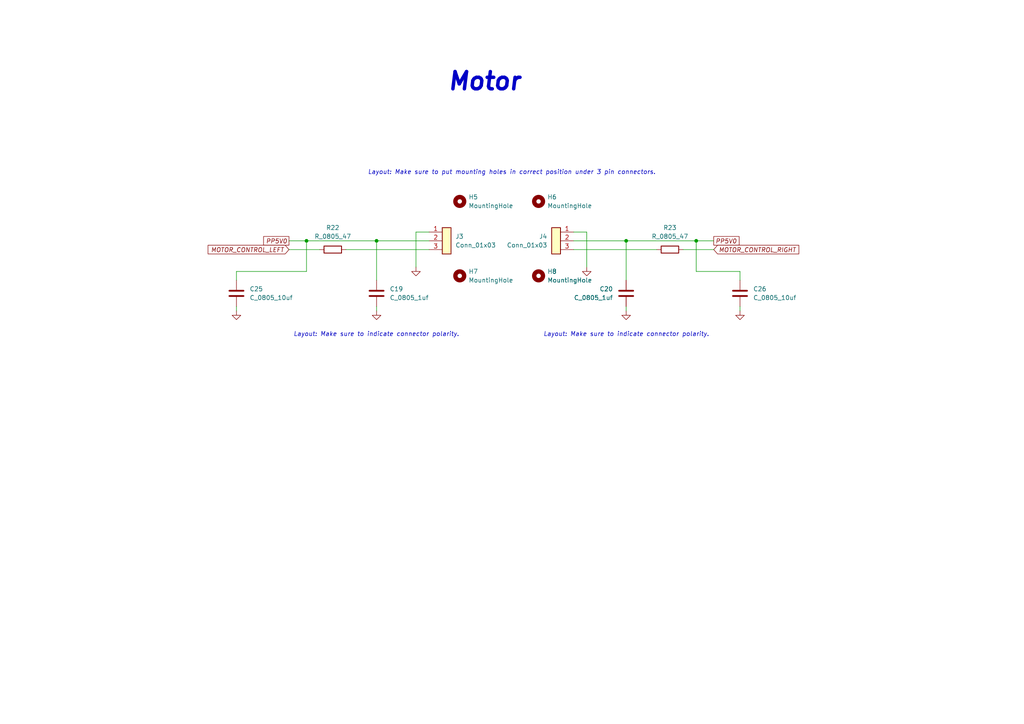
<source format=kicad_sch>
(kicad_sch (version 20211123) (generator eeschema)
  (paper "A4")
  (lib_symbols
    (symbol "HPS:C_0805_10uf" (pin_numbers hide) (pin_names (offset 0.254))
      (property "Reference" "C" (at 0.635 2.54 0))
      (property "Value" "C_0805_10uf" (at 0.635 -2.54 0))
      (symbol "C_0805_10uf_0_1"
        (polyline (pts (xy -2.032 -0.762) (xy 2.032 -0.762)) (stroke (width 0.508)))
        (polyline (pts (xy -2.032 0.762) (xy 2.032 0.762)) (stroke (width 0.508)))
      )
      (symbol "C_0805_10uf_1_1"
        (pin passive line (at 0 3.81 270) (length 2.794) (name "~") (number "1"))
        (pin passive line (at 0 -3.81 90) (length 2.794) (name "~") (number "2"))
      )
    )
    (symbol "HPS:C_0805_1uf" (pin_numbers hide) (pin_names (offset 0.254))
      (property "Reference" "C" (at 0.635 2.54 0))
      (property "Value" "C_0805_1uf" (at 0.635 -2.54 0))
      (symbol "C_0805_1uf_0_1"
        (polyline (pts (xy -2.032 -0.762) (xy 2.032 -0.762)) (stroke (width 0.508)))
        (polyline (pts (xy -2.032 0.762) (xy 2.032 0.762)) (stroke (width 0.508)))
      )
      (symbol "C_0805_1uf_1_1"
        (pin passive line (at 0 3.81 270) (length 2.794) (name "~") (number "1"))
        (pin passive line (at 0 -3.81 90) (length 2.794) (name "~") (number "2"))
      )
    )
    (symbol "HPS:Conn_01x03" (pin_names (offset 1.016) hide)
      (property "Reference" "J" (at 0 5.08 0))
      (property "Value" "Conn_01x03" (at 0 -5.08 0))
      (symbol "Conn_01x03_1_1"
        (rectangle (start -1.27 3.81) (end 1.27 -3.81) (stroke (width 0.254)) (fill (type background)))
        (pin passive line (at -5.08 2.54 0) (length 3.81) (name "Pin_1") (number "1"))
        (pin passive line (at -5.08 0 0) (length 3.81) (name "Pin_2") (number "2"))
        (pin passive line (at -5.08 -2.54 0) (length 3.81) (name "Pin_3") (number "3"))
      )
    )
    (symbol "HPS:GND" (power) (pin_names (offset 0))
      (property "Value" "GND" (at 0 -3.81 0))
      (symbol "GND_0_1"
        (polyline (pts (xy 0 0) (xy 0 -1.27) (xy 1.27 -1.27) (xy 0 -2.54) (xy -1.27 -1.27) (xy 0 -1.27)))
      )
      (symbol "GND_1_1"
        (pin power_in line (at 0 0 270) (length 0) hide (name "GND") (number "1"))
      )
    )
    (symbol "HPS:MountingHole" (pin_names (offset 1.016))
      (property "Reference" "H" (at 0 5.08 0))
      (property "Value" "MountingHole" (at 0 3.175 0))
      (symbol "MountingHole_0_1"
        (circle (center 0 0) (radius 1.27) (stroke (width 1.27)))
      )
    )
    (symbol "HPS:R_0805_47" (pin_numbers hide) (pin_names (offset 0))
      (property "Reference" "R" (at 2.032 0 90))
      (property "Value" "R_0805_47" (at -2.54 0 90))
      (symbol "R_0805_47_0_1"
        (rectangle (start -1.016 -2.54) (end 1.016 2.54) (stroke (width 0.254)))
      )
      (symbol "R_0805_47_1_1"
        (pin passive line (at 0 3.81 270) (length 1.27) (name "~") (number "1"))
        (pin passive line (at 0 -3.81 90) (length 1.27) (name "~") (number "2"))
      )
    )
  )
  (junction (at 109.22 69.85))
  (junction (at 181.61 69.85))
  (junction (at 201.93 69.85))
  (junction (at 88.9 69.85))
  (wire (pts (xy 181.61 69.85) (xy 181.61 81.28)))
  (wire (pts (xy 181.61 69.85) (xy 166.37 69.85)))
  (wire (pts (xy 170.18 77.47) (xy 170.18 67.31)))
  (wire (pts (xy 170.18 67.31) (xy 166.37 67.31)))
  (wire (pts (xy 68.58 78.74) (xy 88.9 78.74)))
  (wire (pts (xy 201.93 69.85) (xy 181.61 69.85)))
  (wire (pts (xy 120.65 67.31) (xy 124.46 67.31)))
  (wire (pts (xy 68.58 81.28) (xy 68.58 78.74)))
  (wire (pts (xy 207.01 69.85) (xy 201.93 69.85)))
  (wire (pts (xy 109.22 69.85) (xy 124.46 69.85)))
  (wire (pts (xy 201.93 78.74) (xy 201.93 69.85)))
  (wire (pts (xy 68.58 88.9) (xy 68.58 90.17)))
  (wire (pts (xy 181.61 90.17) (xy 181.61 88.9)))
  (wire (pts (xy 109.22 69.85) (xy 109.22 81.28)))
  (wire (pts (xy 120.65 77.47) (xy 120.65 67.31)))
  (wire (pts (xy 88.9 69.85) (xy 109.22 69.85)))
  (wire (pts (xy 88.9 78.74) (xy 88.9 69.85)))
  (wire (pts (xy 100.33 72.39) (xy 124.46 72.39)))
  (wire (pts (xy 207.01 72.39) (xy 198.12 72.39)))
  (wire (pts (xy 214.63 88.9) (xy 214.63 90.17)))
  (wire (pts (xy 190.5 72.39) (xy 166.37 72.39)))
  (wire (pts (xy 83.82 72.39) (xy 92.71 72.39)))
  (wire (pts (xy 109.22 90.17) (xy 109.22 88.9)))
  (wire (pts (xy 214.63 81.28) (xy 214.63 78.74)))
  (wire (pts (xy 83.82 69.85) (xy 88.9 69.85)))
  (wire (pts (xy 201.93 78.74) (xy 214.63 78.74)))
  (text "Motor" (at 129.54 26.67 0) (effects (font (size 5 5) (thickness 1) bold italic) (justify left bottom)))
  (text "Layout: Make sure to indicate connector polarity." (at 205.74 97.79 180) (effects (font (size 1.27 1.27) italic) (justify right bottom)))
  (text "Layout: Make sure to put mounting holes in correct position under 3 pin connectors." (at 106.68 50.8 0) (effects (font (size 1.27 1.27) italic) (justify left bottom)))
  (text "Layout: Make sure to indicate connector polarity." (at 85.09 97.79 0) (effects (font (size 1.27 1.27) italic) (justify left bottom)))
  (global_label "MOTOR_CONTROL_RIGHT" (shape input) (at 207.01 72.39 0) (effects (font italic)) (property "Intersheet References" "${INTERSHEET_REFS}" (effects hide)))
  (global_label "PP5V0" (shape passive) (at 83.82 69.85 180) (effects (font italic)) (property "Intersheet References" "${INTERSHEET_REFS}" (effects hide)))
  (global_label "MOTOR_CONTROL_LEFT" (shape input) (at 83.82 72.39 180) (effects (font italic)) (property "Intersheet References" "${INTERSHEET_REFS}" (effects hide)))
  (global_label "PP5V0" (shape passive) (at 207.01 69.85 0) (effects (font italic)) (property "Intersheet References" "${INTERSHEET_REFS}" (effects hide)))
  (symbol (lib_id "HPS:GND") (at 214.63 90.17 0) (unit 1)
    (property "Reference" "#PWR0134" (effects hide))
    (property "Value" "GND" (effects hide))
  )
  (symbol (lib_id "HPS:C_0805_10uf") (at 214.63 85.09 0) (unit 1)
    (property "Reference" "C26" (at 218.44 83.8199 0) (effects (justify left)))
    (property "Value" "C_0805_10uf" (at 218.44 86.3599 0) (effects (justify left)))
    (property "Footprint" "footprints:C_0805_2012Metric" (effects hide))
    (property "Datasheet" "https://search.murata.co.jp/Ceramy/image/img/A01X/G101/ENG/GRM21BR61E106KA73-01.pdf" (effects hide))
    (property "MFG" "Murata Electronics" (effects hide))
    (property "MPN" "GRM21BR61E106KA73L" (effects hide))
    (property "Digikey PN" "490-5523-1-ND" (effects hide))
    (property "Mouser PN" "N/A" (effects hide))
    (property "Voltage" "N/A" (effects hide))
    (property "Dielectric" "N/A" (effects hide))
    (property "Tolerance" "N/A" (effects hide))
  )
  (symbol (lib_id "HPS:GND") (at 181.61 90.17 0) (mirror y) (unit 1)
    (property "Reference" "#PWR0127" (effects hide))
    (property "Value" "GND" (effects hide))
  )
  (symbol (lib_id "HPS:C_0805_10uf") (at 68.58 85.09 0) (unit 1)
    (property "Reference" "C25" (at 72.39 83.8199 0) (effects (justify left)))
    (property "Value" "C_0805_10uf" (at 72.39 86.3599 0) (effects (justify left)))
    (property "Footprint" "footprints:C_0805_2012Metric" (effects hide))
    (property "Datasheet" "https://search.murata.co.jp/Ceramy/image/img/A01X/G101/ENG/GRM21BR61E106KA73-01.pdf" (effects hide))
    (property "MFG" "Murata Electronics" (effects hide))
    (property "MPN" "GRM21BR61E106KA73L" (effects hide))
    (property "Digikey PN" "490-5523-1-ND" (effects hide))
    (property "Mouser PN" "N/A" (effects hide))
    (property "Voltage" "N/A" (effects hide))
    (property "Dielectric" "N/A" (effects hide))
    (property "Tolerance" "N/A" (effects hide))
  )
  (symbol (lib_id "HPS:Conn_01x03") (at 129.54 69.85 0) (unit 1)
    (property "Reference" "J3" (at 132.08 68.5799 0) (effects (justify left)))
    (property "Value" "Conn_01x03" (at 132.08 71.1199 0) (effects (justify left)))
    (property "Footprint" "footprints:PinHeader_1x03_P2.54mm_Vertical" (effects hide))
    (property "Datasheet" "https://www.we-online.de/katalog/datasheet/6130xx11121.pdf" (effects hide))
    (property "MFG" "Würth Elektronik" (effects hide))
    (property "MPN" "61300311121" (effects hide))
    (property "Digikey PN" "732-5316-ND" (effects hide))
    (property "Mouser PN" "N/A" (effects hide))
  )
  (symbol (lib_id "HPS:MountingHole") (at 133.35 58.42 0) (unit 1)
    (property "Reference" "H5" (at 135.89 57.1499 0) (effects (justify left)))
    (property "Value" "MountingHole" (at 135.89 59.6899 0) (effects (justify left)))
    (property "Footprint" "footprints:MountingHole_3.2mm_M3" (effects hide))
  )
  (symbol (lib_id "HPS:GND") (at 109.22 90.17 0) (unit 1)
    (property "Reference" "#PWR0129" (effects hide))
    (property "Value" "GND" (effects hide))
  )
  (symbol (lib_id "HPS:GND") (at 68.58 90.17 0) (unit 1)
    (property "Reference" "#PWR0135" (effects hide))
    (property "Value" "GND" (effects hide))
  )
  (symbol (lib_id "HPS:MountingHole") (at 156.21 58.42 0) (unit 1)
    (property "Reference" "H6" (at 158.75 57.1499 0) (effects (justify left)))
    (property "Value" "MountingHole" (at 158.75 59.6899 0) (effects (justify left)))
    (property "Footprint" "footprints:MountingHole_3.2mm_M3" (effects hide))
  )
  (symbol (lib_id "HPS:C_0805_1uf") (at 181.61 85.09 0) (mirror y) (unit 1)
    (property "Reference" "C20" (at 177.8 83.8199 0) (effects (justify left)))
    (property "Value" "C_0805_1uf" (at 177.8 86.3599 0) (effects (justify left)))
    (property "Footprint" "footprints:C_0805_2012Metric" (effects hide))
    (property "Datasheet" "https://www.yageo.com/upload/media/product/productsearch/datasheet/mlcc/UPY-GPHC_X7R_6.3V-to-50V_18.pdf" (effects hide))
    (property "MFG" "Yageo" (effects hide))
    (property "MPN" "CC0805KKX7R8BB105" (effects hide))
    (property "Digikey PN" "311-1456-1-ND" (effects hide))
    (property "Mouser PN" "N/A" (effects hide))
    (property "Voltage" "N/A" (effects hide))
    (property "Dielectric" "N/A" (effects hide))
    (property "Tolerance" "N/A" (effects hide))
  )
  (symbol (lib_id "HPS:R_0805_47") (at 96.52 72.39 90) (unit 1)
    (property "Reference" "R22" (at 96.52 66.04 90))
    (property "Value" "R_0805_47" (at 96.52 68.58 90))
    (property "Footprint" "footprints:R_0805_2012Metric" (effects hide))
    (property "Datasheet" "https://www.digikey.com/en/products/detail/yageo/RC0805FR-0747RL/727972" (effects hide))
    (property "MFG" "Yageo" (effects hide))
    (property "Digikey PN" "RC0805FR-0747RL " (effects hide))
    (property "Mouser PN" "N/A" (effects hide))
    (property "Power" "N/A" (effects hide))
    (property "Tolerance" "N/A" (effects hide))
    (property "MPN" "RC0805FR-0747RL " (effects hide))
  )
  (symbol (lib_id "HPS:R_0805_47") (at 194.31 72.39 270) (mirror x) (unit 1)
    (property "Reference" "R23" (at 194.31 66.04 90))
    (property "Value" "R_0805_47" (at 194.31 68.58 90))
    (property "Footprint" "footprints:R_0805_2012Metric" (effects hide))
    (property "Datasheet" "https://www.digikey.com/en/products/detail/yageo/RC0805FR-0747RL/727972" (effects hide))
    (property "MFG" "Yageo" (effects hide))
    (property "Digikey PN" "RC0805FR-0747RL " (effects hide))
    (property "Mouser PN" "N/A" (effects hide))
    (property "Power" "N/A" (effects hide))
    (property "Tolerance" "N/A" (effects hide))
    (property "MPN" "RC0805FR-0747RL " (effects hide))
  )
  (symbol (lib_id "HPS:GND") (at 120.65 77.47 0) (unit 1)
    (property "Reference" "#PWR0128" (effects hide))
    (property "Value" "GND" (effects hide))
  )
  (symbol (lib_id "HPS:MountingHole") (at 133.35 80.01 0) (unit 1)
    (property "Reference" "H7" (at 135.89 78.7399 0) (effects (justify left)))
    (property "Value" "MountingHole" (at 135.89 81.2799 0) (effects (justify left)))
    (property "Footprint" "footprints:MountingHole_3.2mm_M3" (effects hide))
  )
  (symbol (lib_id "HPS:GND") (at 170.18 77.47 0) (mirror y) (unit 1)
    (property "Reference" "#PWR0125" (effects hide))
    (property "Value" "GND" (effects hide))
  )
  (symbol (lib_id "HPS:MountingHole") (at 156.21 80.01 0) (unit 1)
    (property "Reference" "H8" (at 158.75 78.7399 0) (effects (justify left)))
    (property "Value" "MountingHole" (at 158.75 81.2799 0) (effects (justify left)))
    (property "Footprint" "footprints:MountingHole_3.2mm_M3" (effects hide))
  )
  (symbol (lib_id "HPS:Conn_01x03") (at 161.29 69.85 0) (mirror y) (unit 1)
    (property "Reference" "J4" (at 158.75 68.5799 0) (effects (justify left)))
    (property "Value" "Conn_01x03" (at 158.75 71.1199 0) (effects (justify left)))
    (property "Footprint" "footprints:PinHeader_1x03_P2.54mm_Vertical" (effects hide))
    (property "Datasheet" "https://www.we-online.de/katalog/datasheet/6130xx11121.pdf" (effects hide))
    (property "MFG" "Würth Elektronik" (effects hide))
    (property "MPN" "61300311121" (effects hide))
    (property "Digikey PN" "732-5316-ND" (effects hide))
    (property "Mouser PN" "N/A" (effects hide))
  )
  (symbol (lib_id "HPS:C_0805_1uf") (at 109.22 85.09 0) (unit 1)
    (property "Reference" "C19" (at 113.03 83.8199 0) (effects (justify left)))
    (property "Value" "C_0805_1uf" (at 113.03 86.3599 0) (effects (justify left)))
    (property "Footprint" "footprints:C_0805_2012Metric" (effects hide))
    (property "Datasheet" "https://www.yageo.com/upload/media/product/productsearch/datasheet/mlcc/UPY-GPHC_X7R_6.3V-to-50V_18.pdf" (effects hide))
    (property "MFG" "Yageo" (effects hide))
    (property "MPN" "CC0805KKX7R8BB105" (effects hide))
    (property "Digikey PN" "311-1456-1-ND" (effects hide))
    (property "Mouser PN" "N/A" (effects hide))
    (property "Voltage" "N/A" (effects hide))
    (property "Dielectric" "N/A" (effects hide))
    (property "Tolerance" "N/A" (effects hide))
  )
)
</source>
